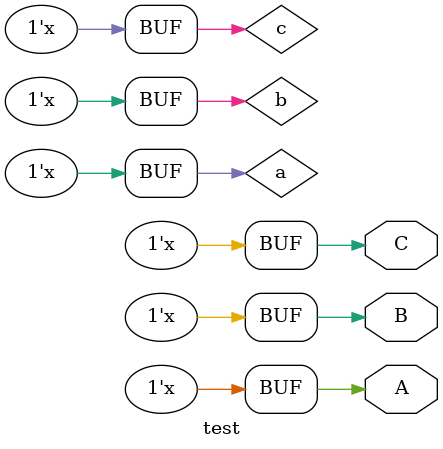
<source format=v>
`timescale 1ns / 1ps
module test(
		output A,
		output B,
		output C
    );
	reg a,b,c;
	initial begin
		a = 1;
		b = 0;
		c = 1;
	end
	
	initial begin
		#1;
		a <= b;
		b = c;
		c <= b;
	end
	
	assign A = a;
	assign B = b;
	assign C = c;

endmodule

</source>
